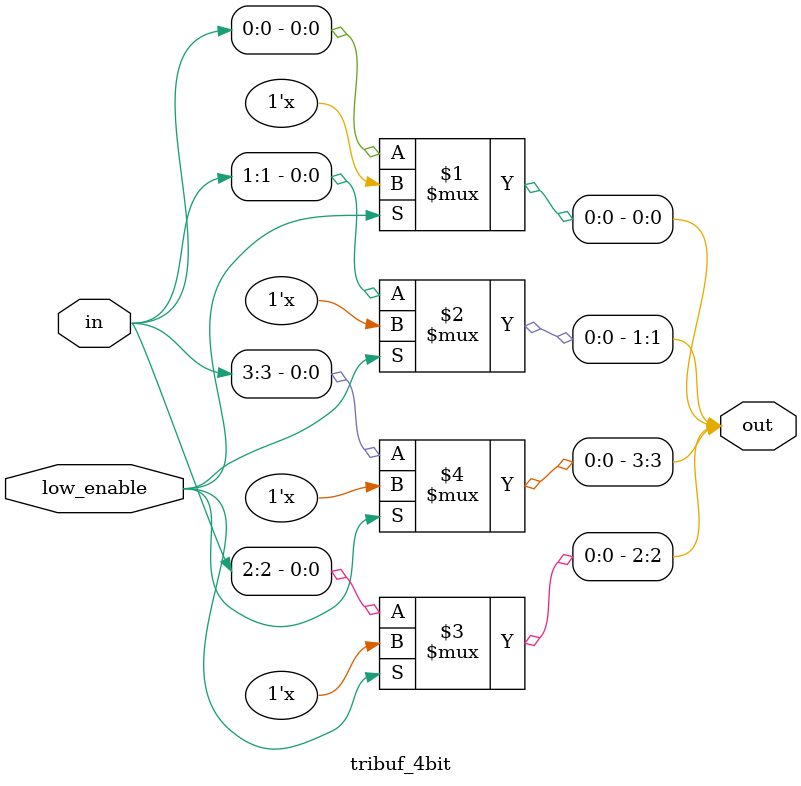
<source format=v>
module tribuf_4bit(in, out, low_enable);
    input [3:0] in; // Input word
    input low_enable; // Enable (active low)
    output  tri [3:0] out; // Output word

    bufif0(out[0], in[0], low_enable);
    bufif0(out[1], in[1], low_enable);
    bufif0(out[2], in[2], low_enable);
    bufif0(out[3], in[3], low_enable);



endmodule

</source>
